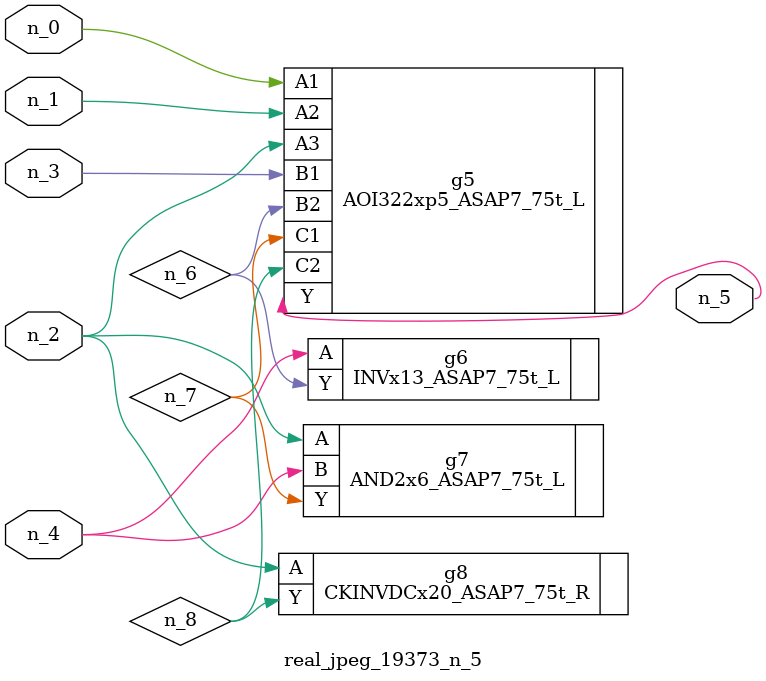
<source format=v>
module real_jpeg_19373_n_5 (n_4, n_0, n_1, n_2, n_3, n_5);

input n_4;
input n_0;
input n_1;
input n_2;
input n_3;

output n_5;

wire n_8;
wire n_6;
wire n_7;

AOI322xp5_ASAP7_75t_L g5 ( 
.A1(n_0),
.A2(n_1),
.A3(n_2),
.B1(n_3),
.B2(n_6),
.C1(n_7),
.C2(n_8),
.Y(n_5)
);

AND2x6_ASAP7_75t_L g7 ( 
.A(n_2),
.B(n_4),
.Y(n_7)
);

CKINVDCx20_ASAP7_75t_R g8 ( 
.A(n_2),
.Y(n_8)
);

INVx13_ASAP7_75t_L g6 ( 
.A(n_4),
.Y(n_6)
);


endmodule
</source>
